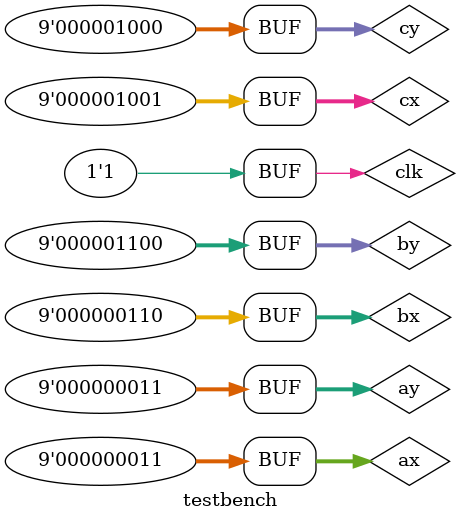
<source format=v>
module testbench;
	reg clk;
	reg [8:0] px;
	reg [8:0] py;
	reg [8:0] ax;
    reg [8:0] bx;
    reg [8:0] cx;
    reg [8:0] ay;
    reg [8:0] by;
    reg [8:0] cy;
    reg S;
    
    triangulo P(clk, ax, bx, cx, ay, by, cy, S);
always @(posedge clk) begin
	$dumpvars(S);
	if(py < 20) begin
		
		py = py+1;
	end
	else begin
		px = px+1;
		py = 0;
	end
end
	
initial begin
		$dumpvars;
		#1
		clk<=1;
		ax<=3;
		ay<=3;
		bx<=6;
		by<=12;
		cx<=9;
		cy<=8;
		px<=0;
		py<=0;
end

endmodule
			

</source>
